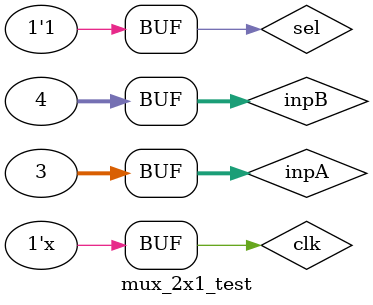
<source format=v>
`timescale 1ns / 1ps


module mux_2x1_test;

	// Inputs
	reg [31:0] inpA;
	reg [31:0] inpB;
	reg sel;
	reg clk;
	initial clk = 0;
	always #20 clk = ~clk;
	// Outputs
	wire [31:0] out;

	// Instantiate the Unit Under Test (UUT)
	MUX_2x1_32bit uut (
		.inpA(inpA), 
		.inpB(inpB), 
		.sel(sel), 
		.out(out), 
		.clk(clk)
	);

	initial begin
		// Initialize Inputs
		inpA = 3;
		inpB = 4;
		sel = 0;

		// Wait 100 ns for global reset to finish
		#100;
		inpA = 3;
		inpB = 4;
		sel = 1;

		// Wait 100 ns for global reset to finish
		#100;
        
		// Add stimulus here

	end
      
endmodule


</source>
